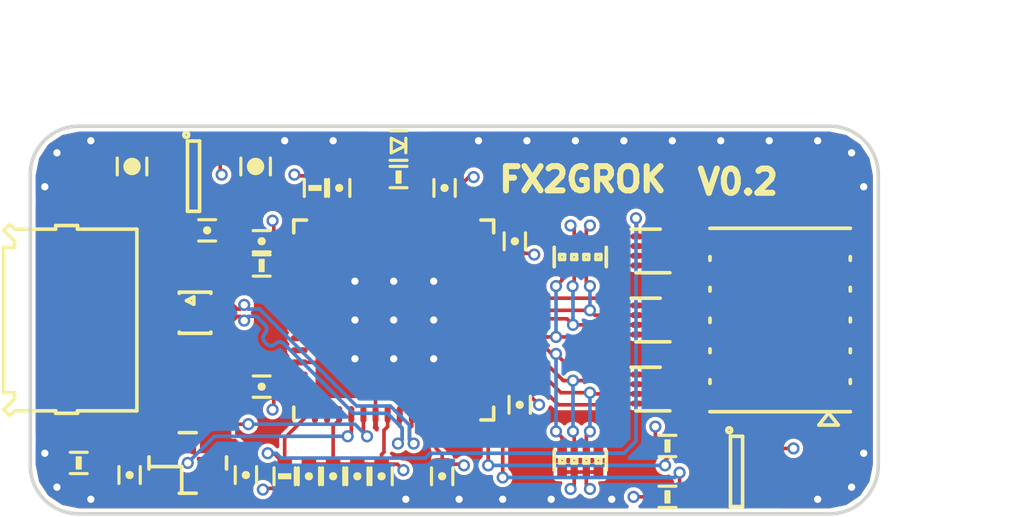
<source format=kicad_pcb>
(kicad_pcb (version 4) (host pcbnew 4.0.7-e2-6376~58~ubuntu16.04.1)
  (title_block (title "FX2Grok Flat") (rev V0.2) (company 1BitSquared) (comment 1 "CC-BY-SA V4.0") (comment 2 "(C) 2017 1BitSquared <info@1bitsquared.com>") (comment 3 "(C) 2017 Piotr Esden-Tempski <piotr@esden.net>"))
  (layers (0 F.Cu signal) (1 In1.Cu signal) (2 In2.Cu signal) (31 B.Cu signal) (34 B.Paste user) (35 F.Paste user) (36 B.SilkS user) (37 F.SilkS user) (38 B.Mask user) (39 F.Mask user) (44 Edge.Cuts user))
  (net 0 "")
  (net 1 +3V3)
  (net 2 GND)
  (net 3 +5V)
  (net 4 "Net-(C12-Pad1)")
  (net 5 /XTALOUT)
  (net 6 /XTALIN)
  (net 7 /SCL)
  (net 8 /SDA)
  (net 9 /PB0)
  (net 10 /PB1)
  (net 11 /PB2)
  (net 12 /PB5)
  (net 13 /PB6)
  (net 14 /PB7)
  (net 15 /~RESET)
  (net 16 /WAKEUP)
  (net 17 /PB3)
  (net 18 /PB4)
  (net 19 /xPB1)
  (net 20 /xPB0)
  (net 21 /xPB3)
  (net 22 /xPB2)
  (net 23 /xPB5)
  (net 24 /xPB4)
  (net 25 /xPB7)
  (net 26 /xPB6)
  (net 27 "Net-(D1-PadA)")
  (net 28 /shield)
  (net 29 /USBD_P)
  (net 30 /xUSBD_P)
  (net 31 /USBD_N)
  (net 32 /xUSBD_N)
  (net 33 /PA1)
  (net 34 /TRIG)
  (net 35 /CLK)
  (net 36 /xTRIG)
  (net 37 /xCLK)
  (module pkl_misc:via0305 (layer F.Cu) (at 32.5 22.6)
    (fp_text reference REF** hide)
    (fp_text value via0305 hide)
    (pad 1 thru_hole circle (at 0 0) (size 0.5 0.5) (drill 0.3) (layers *.Cu) (net 2 GND))
  )
  (module pkl_misc:via0305 (layer F.Cu) (at 30.5 22.6)
    (fp_text reference REF** hide)
    (fp_text value via0305 hide)
    (pad 1 thru_hole circle (at 0 0) (size 0.5 0.5) (drill 0.3) (layers *.Cu) (net 2 GND))
  )
  (module pkl_misc:via0305 (layer F.Cu) (at 38.5 22.6)
    (fp_text reference REF** hide)
    (fp_text value via0305 hide)
    (pad 1 thru_hole circle (at 0 0) (size 0.5 0.5) (drill 0.3) (layers *.Cu) (net 2 GND))
  )
  (module pkl_misc:via0305 (layer F.Cu) (at 40.5 22.6)
    (fp_text reference REF** hide)
    (fp_text value via0305 hide)
    (pad 1 thru_hole circle (at 0 0) (size 0.5 0.5) (drill 0.3) (layers *.Cu) (net 2 GND))
  )
  (module pkl_misc:via0305 (layer F.Cu) (at 42.5 22.6)
    (fp_text reference REF** hide)
    (fp_text value via0305 hide)
    (pad 1 thru_hole circle (at 0 0) (size 0.5 0.5) (drill 0.3) (layers *.Cu) (net 2 GND))
  )
  (module pkl_misc:via0305 (layer F.Cu) (at 44.5 22.6)
    (fp_text reference REF** hide)
    (fp_text value via0305 hide)
    (pad 1 thru_hole circle (at 0 0) (size 0.5 0.5) (drill 0.3) (layers *.Cu) (net 2 GND))
  )
  (module pkl_misc:via0305 (layer F.Cu) (at 46.5 22.6)
    (fp_text reference REF** hide)
    (fp_text value via0305 hide)
    (pad 1 thru_hole circle (at 0 0) (size 0.5 0.5) (drill 0.3) (layers *.Cu) (net 2 GND))
  )
  (module pkl_misc:via0305 (layer F.Cu) (at 48.5 22.6)
    (fp_text reference REF** hide)
    (fp_text value via0305 hide)
    (pad 1 thru_hole circle (at 0 0) (size 0.5 0.5) (drill 0.3) (layers *.Cu) (net 2 GND))
  )
  (module pkl_misc:via0305 (layer F.Cu) (at 50.5 22.6)
    (fp_text reference REF** hide)
    (fp_text value via0305 hide)
    (pad 1 thru_hole circle (at 0 0) (size 0.5 0.5) (drill 0.3) (layers *.Cu) (net 2 GND))
  )
  (module pkl_misc:via0305 (layer F.Cu) (at 52.5 22.6)
    (fp_text reference REF** hide)
    (fp_text value via0305 hide)
    (pad 1 thru_hole circle (at 0 0) (size 0.5 0.5) (drill 0.3) (layers *.Cu) (net 2 GND))
  )
  (module pkl_misc:via0305 (layer F.Cu) (at 53.9 23.1)
    (fp_text reference REF** hide)
    (fp_text value via0305 hide)
    (pad 1 thru_hole circle (at 0 0) (size 0.5 0.5) (drill 0.3) (layers *.Cu) (net 2 GND))
  )
  (module pkl_misc:via0305 (layer F.Cu) (at 54.4 24.5)
    (fp_text reference REF** hide)
    (fp_text value via0305 hide)
    (pad 1 thru_hole circle (at 0 0) (size 0.5 0.5) (drill 0.3) (layers *.Cu) (net 2 GND))
  )
  (module pkl_misc:via0305 (layer F.Cu) (at 53.9 36.9)
    (fp_text reference REF** hide)
    (fp_text value via0305 hide)
    (pad 1 thru_hole circle (at 0 0) (size 0.5 0.5) (drill 0.3) (layers *.Cu) (net 2 GND))
  )
  (module pkl_misc:via0305 (layer F.Cu) (at 22.5 22.6)
    (fp_text reference REF** hide)
    (fp_text value via0305 hide)
    (pad 1 thru_hole circle (at 0 0) (size 0.5 0.5) (drill 0.3) (layers *.Cu) (net 2 GND))
  )
  (module pkl_misc:via0305 (layer F.Cu) (at 21.1 23.1)
    (fp_text reference REF** hide)
    (fp_text value via0305 hide)
    (pad 1 thru_hole circle (at 0 0) (size 0.5 0.5) (drill 0.3) (layers *.Cu) (net 2 GND))
  )
  (module pkl_misc:via0305 (layer F.Cu) (at 20.6 24.5)
    (fp_text reference REF** hide)
    (fp_text value via0305 hide)
    (pad 1 thru_hole circle (at 0 0) (size 0.5 0.5) (drill 0.3) (layers *.Cu) (net 2 GND))
  )
  (module pkl_misc:via0305 (layer F.Cu) (at 20.6 35.5)
    (fp_text reference REF** hide)
    (fp_text value via0305 hide)
    (pad 1 thru_hole circle (at 0 0) (size 0.5 0.5) (drill 0.3) (layers *.Cu) (net 2 GND))
  )
  (module pkl_misc:via0305 (layer F.Cu) (at 21.1 36.9)
    (fp_text reference REF** hide)
    (fp_text value via0305 hide)
    (pad 1 thru_hole circle (at 0 0) (size 0.5 0.5) (drill 0.3) (layers *.Cu) (net 2 GND))
  )
  (module pkl_misc:via0305 (layer F.Cu) (at 22.5 37.4)
    (fp_text reference REF** hide)
    (fp_text value via0305 hide)
    (pad 1 thru_hole circle (at 0 0) (size 0.5 0.5) (drill 0.3) (layers *.Cu) (net 2 GND))
  )
  (module pkl_misc:via0305 (layer F.Cu) (at 35.5 37.4)
    (fp_text reference REF** hide)
    (fp_text value via0305 hide)
    (pad 1 thru_hole circle (at 0 0) (size 0.5 0.5) (drill 0.3) (layers *.Cu) (net 2 GND))
  )
  (module pkl_misc:via0305 (layer F.Cu) (at 37.7 37.4)
    (fp_text reference REF** hide)
    (fp_text value via0305 hide)
    (pad 1 thru_hole circle (at 0 0) (size 0.5 0.5) (drill 0.3) (layers *.Cu) (net 2 GND))
  )
  (module pkl_misc:via0305 (layer F.Cu) (at 39.5 37.4)
    (fp_text reference REF** hide)
    (fp_text value via0305 hide)
    (pad 1 thru_hole circle (at 0 0) (size 0.5 0.5) (drill 0.3) (layers *.Cu) (net 2 GND))
  )
  (module pkl_misc:via0305 (layer F.Cu) (at 41.5 37.4)
    (fp_text reference REF** hide)
    (fp_text value via0305 hide)
    (pad 1 thru_hole circle (at 0 0) (size 0.5 0.5) (drill 0.3) (layers *.Cu) (net 2 GND))
  )
  (module pkl_misc:via0305 (layer F.Cu) (at 44 37.4)
    (fp_text reference REF** hide)
    (fp_text value via0305 hide)
    (pad 1 thru_hole circle (at 0 0) (size 0.5 0.5) (drill 0.3) (layers *.Cu) (net 2 GND))
  )
  (module pkl_misc:via0305 (layer F.Cu) (at 52.5 37.4)
    (fp_text reference REF** hide)
    (fp_text value via0305 hide)
    (pad 1 thru_hole circle (at 0 0) (size 0.5 0.5) (drill 0.3) (layers *.Cu) (net 2 GND))
  )
  (module pkl_dipol:C_0402 (layer F.Cu) (at 37 36.45 270)
    (fp_text reference C1)
    (fp_text value 100n)
    (pad 1 smd rect (at -0.5 0 270) (size 0.5 0.6) (layers F.Cu F.Paste F.Mask) (net 1 +3V3))
    (pad 2 smd rect (at 0.5 0 270) (size 0.5 0.6) (layers F.Cu F.Paste F.Mask) (net 2 GND))
  )
  (module pkl_dipol:C_0402 (layer F.Cu) (at 40.2 33.5 270)
    (fp_text reference C2)
    (fp_text value 100n)
    (pad 1 smd rect (at -0.5 0 270) (size 0.5 0.6) (layers F.Cu F.Paste F.Mask) (net 1 +3V3))
    (pad 2 smd rect (at 0.5 0 270) (size 0.5 0.6) (layers F.Cu F.Paste F.Mask) (net 2 GND))
  )
  (module pkl_dipol:C_0402 (layer F.Cu) (at 40 26.75 90)
    (fp_text reference C3)
    (fp_text value 100n)
    (pad 1 smd rect (at -0.5 0 90) (size 0.5 0.6) (layers F.Cu F.Paste F.Mask) (net 1 +3V3))
    (pad 2 smd rect (at 0.5 0 90) (size 0.5 0.6) (layers F.Cu F.Paste F.Mask) (net 2 GND))
  )
  (module pkl_dipol:C_0402 (layer F.Cu) (at 37.1 24.55 90)
    (fp_text reference C4)
    (fp_text value 100n)
    (pad 1 smd rect (at -0.5 0 90) (size 0.5 0.6) (layers F.Cu F.Paste F.Mask) (net 1 +3V3))
    (pad 2 smd rect (at 0.5 0 90) (size 0.5 0.6) (layers F.Cu F.Paste F.Mask) (net 2 GND))
  )
  (module pkl_dipol:C_0402 (layer F.Cu) (at 29.55 26.75 180)
    (fp_text reference C5)
    (fp_text value 100n)
    (pad 1 smd rect (at -0.5 0 180) (size 0.5 0.6) (layers F.Cu F.Paste F.Mask) (net 1 +3V3))
    (pad 2 smd rect (at 0.5 0 180) (size 0.5 0.6) (layers F.Cu F.Paste F.Mask) (net 2 GND))
  )
  (module pkl_dipol:C_0402 (layer F.Cu) (at 29.55 32.75 180)
    (fp_text reference C6)
    (fp_text value 100n)
    (pad 1 smd rect (at -0.5 0 180) (size 0.5 0.6) (layers F.Cu F.Paste F.Mask) (net 1 +3V3))
    (pad 2 smd rect (at 0.5 0 180) (size 0.5 0.6) (layers F.Cu F.Paste F.Mask) (net 2 GND))
  )
  (module pkl_dipol:C_0402 (layer F.Cu) (at 31.500001 36.45 270)
    (fp_text reference C7)
    (fp_text value 2u2)
    (pad 1 smd rect (at -0.5 0 270) (size 0.5 0.6) (layers F.Cu F.Paste F.Mask) (net 1 +3V3))
    (pad 2 smd rect (at 0.5 0 270) (size 0.5 0.6) (layers F.Cu F.Paste F.Mask) (net 2 GND))
  )
  (module pkl_dipol:C_0402 (layer F.Cu) (at 34.5 36.45 270)
    (fp_text reference C8)
    (fp_text value 2u2)
    (pad 1 smd rect (at -0.5 0 270) (size 0.5 0.6) (layers F.Cu F.Paste F.Mask) (net 1 +3V3))
    (pad 2 smd rect (at 0.5 0 270) (size 0.5 0.6) (layers F.Cu F.Paste F.Mask) (net 2 GND))
  )
  (module pkl_dipol:C_0402 (layer F.Cu) (at 32.499999 36.45 270)
    (fp_text reference C9)
    (fp_text value 100n)
    (pad 1 smd rect (at -0.5 0 270) (size 0.5 0.6) (layers F.Cu F.Paste F.Mask) (net 1 +3V3))
    (pad 2 smd rect (at 0.5 0 270) (size 0.5 0.6) (layers F.Cu F.Paste F.Mask) (net 2 GND))
  )
  (module pkl_dipol:C_0402 (layer F.Cu) (at 33.5 36.45 270)
    (fp_text reference C10)
    (fp_text value 100n)
    (pad 1 smd rect (at -0.5 0 270) (size 0.5 0.6) (layers F.Cu F.Paste F.Mask) (net 1 +3V3))
    (pad 2 smd rect (at 0.5 0 270) (size 0.5 0.6) (layers F.Cu F.Paste F.Mask) (net 2 GND))
  )
  (module pkl_dipol:C_0603 (layer F.Cu) (at 24.2 23.663544 270)
    (fp_text reference C11)
    (fp_text value 4u7)
    (pad 1 smd rect (at -0.75 0 270) (size 0.6 0.9) (layers F.Cu F.Paste F.Mask) (net 3 +5V))
    (pad 2 smd rect (at 0.75 0 270) (size 0.6 0.9) (layers F.Cu F.Paste F.Mask) (net 2 GND))
  )
  (module pkl_dipol:C_0402 (layer F.Cu) (at 27.3 26.3 180)
    (fp_text reference C12)
    (fp_text value 10n)
    (pad 1 smd rect (at -0.5 0 180) (size 0.5 0.6) (layers F.Cu F.Paste F.Mask) (net 4 "Net-(C12-Pad1)"))
    (pad 2 smd rect (at 0.5 0 180) (size 0.5 0.6) (layers F.Cu F.Paste F.Mask) (net 2 GND))
  )
  (module pkl_dipol:C_0603 (layer F.Cu) (at 29.3 23.663544 270)
    (fp_text reference C13)
    (fp_text value 4u7)
    (pad 1 smd rect (at -0.75 0 270) (size 0.6 0.9) (layers F.Cu F.Paste F.Mask) (net 1 +3V3))
    (pad 2 smd rect (at 0.75 0 270) (size 0.6 0.9) (layers F.Cu F.Paste F.Mask) (net 2 GND))
  )
  (module pkl_dipol:C_0402 (layer F.Cu) (at 32.75 24.55 270)
    (fp_text reference C14)
    (fp_text value 1u)
    (pad 1 smd rect (at -0.5 0 270) (size 0.5 0.6) (layers F.Cu F.Paste F.Mask) (net 1 +3V3))
    (pad 2 smd rect (at 0.5 0 270) (size 0.5 0.6) (layers F.Cu F.Paste F.Mask) (net 2 GND))
  )
  (module pkl_dipol:C_0402 (layer F.Cu) (at 24.099999 36.4 90)
    (fp_text reference C15)
    (fp_text value 12p)
    (pad 1 smd rect (at -0.5 0 90) (size 0.5 0.6) (layers F.Cu F.Paste F.Mask) (net 5 /XTALOUT))
    (pad 2 smd rect (at 0.5 0 90) (size 0.5 0.6) (layers F.Cu F.Paste F.Mask) (net 2 GND))
  )
  (module pkl_dipol:C_0402 (layer F.Cu) (at 28.9 36.399999 270)
    (fp_text reference C16)
    (fp_text value 12p)
    (pad 1 smd rect (at -0.5 0 270) (size 0.5 0.6) (layers F.Cu F.Paste F.Mask) (net 6 /XTALIN))
    (pad 2 smd rect (at 0.5 0 270) (size 0.5 0.6) (layers F.Cu F.Paste F.Mask) (net 2 GND))
  )
  (module pkl_dipol:D_0603 (layer F.Cu) (at 35.2 22.8 180)
    (fp_text reference D1)
    (fp_text value pkl_LED)
    (pad A smd rect (at 0.75 0) (size 0.6 0.9) (layers F.Cu F.Paste F.Mask) (net 27 "Net-(D1-PadA)"))
    (pad C smd rect (at -0.75 0) (size 0.6 0.9) (layers F.Cu F.Paste F.Mask) (net 2 GND))
  )
  (module pkl_connectors:Connector_USB_Micro_B_SMD (layer F.Cu) (at 21.5 30 180)
    (fp_text reference P1)
    (fp_text value pkl_USB_OTG)
    (pad GND smd rect (at 0 1.2 270) (size 1.9 1.9) (layers F.Cu F.Paste F.Mask) (net 28 /shield))
    (pad GND smd rect (at 0 -1.2 270) (size 1.9 1.9) (layers F.Cu F.Paste F.Mask) (net 28 /shield))
    (pad GND smd rect (at 0 -3.8 270) (size 1.8 1.9) (layers F.Cu F.Paste F.Mask) (net 28 /shield))
    (pad GND smd rect (at 0 3.8 270) (size 1.8 1.9) (layers F.Cu F.Paste F.Mask) (net 28 /shield))
    (pad GND smd rect (at -2.55 -3.1 270) (size 2.1 1.6) (layers F.Cu F.Paste F.Mask) (net 28 /shield))
    (pad GND smd rect (at -2.55 3.1 270) (size 2.1 1.6) (layers F.Cu F.Paste F.Mask) (net 28 /shield))
    (pad 1 smd rect (at -2.675 1.3 270) (size 0.4 1.35) (layers F.Cu F.Paste F.Mask) (net 3 +5V))
    (pad 2 smd rect (at -2.675 0.65 270) (size 0.4 1.35) (layers F.Cu F.Paste F.Mask) (net 32 /xUSBD_N))
    (pad 3 smd rect (at -2.675 0 270) (size 0.4 1.35) (layers F.Cu F.Paste F.Mask) (net 30 /xUSBD_P))
    (pad 4 smd rect (at -2.675 -0.65 270) (size 0.4 1.35) (layers F.Cu F.Paste F.Mask))
    (pad 5 smd rect (at -2.675 -1.3 270) (size 0.4 1.35) (layers F.Cu F.Paste F.Mask) (net 2 GND))
  )
  (module pkl_dipol:R_0402 (layer F.Cu) (at 35.2 24.1)
    (fp_text reference R1)
    (fp_text value 2k7)
    (pad 1 smd rect (at -0.5 0) (size 0.5 0.6) (layers F.Cu F.Paste F.Mask) (net 27 "Net-(D1-PadA)"))
    (pad 2 smd rect (at 0.5 0) (size 0.5 0.6) (layers F.Cu F.Paste F.Mask) (net 33 /PA1))
  )
  (module pkl_dipol:R_0402 (layer F.Cu) (at 46.3 35.2 180)
    (fp_text reference R2)
    (fp_text value 2k7)
    (pad 1 smd rect (at -0.5 0 180) (size 0.5 0.6) (layers F.Cu F.Paste F.Mask) (net 7 /SCL))
    (pad 2 smd rect (at 0.5 0 180) (size 0.5 0.6) (layers F.Cu F.Paste F.Mask) (net 1 +3V3))
  )
  (module pkl_dipol:R_0402 (layer F.Cu) (at 46.3 37.3 180)
    (fp_text reference R3)
    (fp_text value 2k7)
    (pad 1 smd rect (at -0.5 0 180) (size 0.5 0.6) (layers F.Cu F.Paste F.Mask) (net 8 /SDA))
    (pad 2 smd rect (at 0.5 0 180) (size 0.5 0.6) (layers F.Cu F.Paste F.Mask) (net 1 +3V3))
  )
  (module pkl_dipol:R_0402 (layer F.Cu) (at 31.75 24.55 90)
    (fp_text reference R4)
    (fp_text value 2k7)
    (pad 1 smd rect (at -0.5 0 90) (size 0.5 0.6) (layers F.Cu F.Paste F.Mask) (net 15 /~RESET))
    (pad 2 smd rect (at 0.5 0 90) (size 0.5 0.6) (layers F.Cu F.Paste F.Mask) (net 1 +3V3))
  )
  (module pkl_dipol:R_0402 (layer F.Cu) (at 29.55 27.75 180)
    (fp_text reference R5)
    (fp_text value 100k)
    (pad 1 smd rect (at -0.5 0 180) (size 0.5 0.6) (layers F.Cu F.Paste F.Mask) (net 16 /WAKEUP))
    (pad 2 smd rect (at 0.5 0 180) (size 0.5 0.6) (layers F.Cu F.Paste F.Mask) (net 1 +3V3))
  )
  (module pkl_dipol:R_Array_Convex_4x0402 (layer F.Cu) (at 42.7 35.8 180)
    (fp_text reference R8)
    (fp_text value 100k)
    (pad 3 smd rect (at -0.25 0.475 180) (size 0.3 0.45) (layers F.Cu F.Paste F.Mask) (net 10 /PB1))
    (pad 5 smd rect (at 0.25 0.475 180) (size 0.3 0.45) (layers F.Cu F.Paste F.Mask) (net 11 /PB2))
    (pad 1 smd rect (at -0.75 0.475 180) (size 0.4 0.45) (layers F.Cu F.Paste F.Mask) (net 9 /PB0))
    (pad 7 smd rect (at 0.75 0.475 180) (size 0.4 0.45) (layers F.Cu F.Paste F.Mask) (net 17 /PB3))
    (pad 2 smd rect (at -0.75 -0.475 180) (size 0.4 0.45) (layers F.Cu F.Paste F.Mask) (net 1 +3V3))
    (pad 4 smd rect (at -0.25 -0.475 180) (size 0.3 0.45) (layers F.Cu F.Paste F.Mask) (net 1 +3V3))
    (pad 6 smd rect (at 0.25 -0.475 180) (size 0.3 0.45) (layers F.Cu F.Paste F.Mask) (net 1 +3V3))
    (pad 8 smd rect (at 0.75 -0.475 180) (size 0.4 0.45) (layers F.Cu F.Paste F.Mask) (net 1 +3V3))
  )
  (module pkl_dipol:R_Array_Convex_4x0402 (layer F.Cu) (at 42.7 27.4)
    (fp_text reference R9)
    (fp_text value 100k)
    (pad 3 smd rect (at -0.25 0.475) (size 0.3 0.45) (layers F.Cu F.Paste F.Mask) (net 12 /PB5))
    (pad 5 smd rect (at 0.25 0.475) (size 0.3 0.45) (layers F.Cu F.Paste F.Mask) (net 13 /PB6))
    (pad 1 smd rect (at -0.75 0.475) (size 0.4 0.45) (layers F.Cu F.Paste F.Mask) (net 18 /PB4))
    (pad 7 smd rect (at 0.75 0.475) (size 0.4 0.45) (layers F.Cu F.Paste F.Mask) (net 14 /PB7))
    (pad 2 smd rect (at -0.75 -0.475) (size 0.4 0.45) (layers F.Cu F.Paste F.Mask) (net 1 +3V3))
    (pad 4 smd rect (at -0.25 -0.475) (size 0.3 0.45) (layers F.Cu F.Paste F.Mask) (net 1 +3V3))
    (pad 6 smd rect (at 0.25 -0.475) (size 0.3 0.45) (layers F.Cu F.Paste F.Mask) (net 1 +3V3))
    (pad 8 smd rect (at 0.75 -0.475) (size 0.4 0.45) (layers F.Cu F.Paste F.Mask) (net 1 +3V3))
  )
  (module pkl_housings_sot:SOT-23-5 (layer F.Cu) (at 26.73804 24.063544 180)
    (fp_text reference U1)
    (fp_text value 3.3V)
    (pad 1 smd rect (at 1.1 0.95) (size 1.06 0.65) (layers F.Cu F.Paste F.Mask) (net 3 +5V))
    (pad 2 smd rect (at 1.1 0) (size 1.06 0.65) (layers F.Cu F.Paste F.Mask) (net 2 GND))
    (pad 3 smd rect (at 1.1 -0.95) (size 1.06 0.65) (layers F.Cu F.Paste F.Mask) (net 3 +5V))
    (pad 4 smd rect (at -1.1 -0.95) (size 1.06 0.65) (layers F.Cu F.Paste F.Mask) (net 4 "Net-(C12-Pad1)"))
    (pad 5 smd rect (at -1.1 0.95) (size 1.06 0.65) (layers F.Cu F.Paste F.Mask) (net 1 +3V3))
  )
  (module pkl_housings_sot:SOT-666 (layer F.Cu) (at 26.8 29.7 180)
    (fp_text reference U2)
    (fp_text value USBLC6-2)
    (pad 1 smd oval (at 0.85 0.5 270) (size 0.375 0.7) (layers F.Cu F.Paste F.Mask) (net 32 /xUSBD_N))
    (pad 2 smd oval (at 0.85 0 270) (size 0.3 0.7) (layers F.Cu F.Paste F.Mask) (net 2 GND))
    (pad 3 smd oval (at 0.85 -0.5 270) (size 0.375 0.7) (layers F.Cu F.Paste F.Mask) (net 30 /xUSBD_P))
    (pad 4 smd oval (at -0.85 -0.5 270) (size 0.375 0.7) (layers F.Cu F.Paste F.Mask) (net 29 /USBD_P))
    (pad 5 smd oval (at -0.85 0 270) (size 0.3 0.7) (layers F.Cu F.Paste F.Mask) (net 3 +5V))
    (pad 6 smd oval (at -0.85 0.5 270) (size 0.35 0.7) (layers F.Cu F.Paste F.Mask) (net 31 /USBD_N))
  )
  (module pkl_housings_sot:SOT-23-5 (layer F.Cu) (at 49.15 36.25 180)
    (fp_text reference U5)
    (fp_text value pkl_24LC00)
    (pad 1 smd rect (at 1.1 0.95) (size 1.06 0.65) (layers F.Cu F.Paste F.Mask) (net 7 /SCL))
    (pad 2 smd rect (at 1.1 0) (size 1.06 0.65) (layers F.Cu F.Paste F.Mask) (net 2 GND))
    (pad 3 smd rect (at 1.1 -0.95) (size 1.06 0.65) (layers F.Cu F.Paste F.Mask) (net 8 /SDA))
    (pad 4 smd rect (at -1.1 -0.95) (size 1.06 0.65) (layers F.Cu F.Paste F.Mask))
    (pad 5 smd rect (at -1.1 0.95) (size 1.06 0.65) (layers F.Cu F.Paste F.Mask) (net 1 +3V3))
  )
  (module pkl_misc:ABM8 (layer F.Cu) (at 26.5 35.9)
    (fp_text reference X1)
    (fp_text value 24MHz)
    (pad 1 smd rect (at -1.15 0.925) (size 1.3 1.05) (layers F.Cu F.Paste F.Mask) (net 5 /XTALOUT))
    (pad 2 smd rect (at 1.15 -0.925) (size 1.3 1.05) (layers F.Cu F.Paste F.Mask) (net 6 /XTALIN))
    (pad GND smd rect (at -1.15 -0.925) (size 1.3 1.05) (layers F.Cu F.Paste F.Mask) (net 2 GND))
    (pad GND smd rect (at 1.15 0.925) (size 1.3 1.05) (layers F.Cu F.Paste F.Mask) (net 2 GND))
  )
  (module pkl_misc:via0305 (layer F.Cu) (at 54.4 35.5)
    (fp_text reference REF** hide)
    (fp_text value via0305 hide)
    (pad 1 thru_hole circle (at 0 0) (size 0.5 0.5) (drill 0.3) (layers *.Cu) (net 2 GND))
  )
  (module pkl_misc:via0305 (layer F.Cu) (at 51.5 35.3)
    (fp_text reference REF** hide)
    (fp_text value via0305 hide)
    (pad 1 thru_hole circle (at 0 0) (size 0.5 0.5) (drill 0.3) (layers *.Cu) (net 1 +3V3))
  )
  (module pkl_dipol:R_0402 (layer F.Cu) (at 22 35.9)
    (fp_text reference R10)
    (fp_text value 2k7)
    (pad 1 smd rect (at -0.5 0) (size 0.5 0.6) (layers F.Cu F.Paste F.Mask) (net 28 /shield))
    (pad 2 smd rect (at 0.5 0) (size 0.5 0.6) (layers F.Cu F.Paste F.Mask) (net 2 GND))
  )
  (module pkl_samtec:TFC-106-02-X-D (layer F.Cu) (at 50.95 30 270)
    (fp_text reference J1)
    (fp_text value Conn_02x05_Odd_Even)
    (pad 1 smd rect (at 3.175 -2 90) (size 0.74 2.8) (layers F.Cu F.Paste F.Mask) (net 20 /xPB0))
    (pad 2 smd rect (at 3.175 2 90) (size 0.74 2.8) (layers F.Cu F.Paste F.Mask) (net 19 /xPB1))
    (pad 3 smd rect (at 1.905 -2 90) (size 0.74 2.8) (layers F.Cu F.Paste F.Mask) (net 22 /xPB2))
    (pad 4 smd rect (at 1.905 2 90) (size 0.74 2.8) (layers F.Cu F.Paste F.Mask) (net 21 /xPB3))
    (pad 5 smd rect (at 0.635 -2 90) (size 0.74 2.8) (layers F.Cu F.Paste F.Mask) (net 24 /xPB4))
    (pad 6 smd rect (at 0.635 2 90) (size 0.74 2.8) (layers F.Cu F.Paste F.Mask) (net 23 /xPB5))
    (pad 7 smd rect (at -0.635 -2 90) (size 0.74 2.8) (layers F.Cu F.Paste F.Mask) (net 26 /xPB6))
    (pad 8 smd rect (at -0.635 2 90) (size 0.74 2.8) (layers F.Cu F.Paste F.Mask) (net 25 /xPB7))
    (pad 9 smd rect (at -1.905 -2 90) (size 0.74 2.8) (layers F.Cu F.Paste F.Mask) (net 36 /xTRIG))
    (pad 10 smd rect (at -1.905 2 90) (size 0.74 2.8) (layers F.Cu F.Paste F.Mask) (net 37 /xCLK))
    (pad 11 smd rect (at -3.175 -2 90) (size 0.74 2.8) (layers F.Cu F.Paste F.Mask) (net 2 GND))
    (pad 12 smd rect (at -3.175 2 90) (size 0.74 2.8) (layers F.Cu F.Paste F.Mask) (net 2 GND))
  )
  (module pkl_dipol:R_0402 (layer F.Cu) (at 30.5 36.45 90)
    (fp_text reference R6)
    (fp_text value 100k)
    (pad 1 smd rect (at -0.5 0 90) (size 0.5 0.6) (layers F.Cu F.Paste F.Mask) (net 1 +3V3))
    (pad 2 smd rect (at 0.5 0 90) (size 0.5 0.6) (layers F.Cu F.Paste F.Mask) (net 34 /TRIG))
  )
  (module pkl_housings_dfn_qfn:QFN-56-1EP_8x8mm_Pitch0.5mm (layer F.Cu) (at 35 30 90)
    (fp_text reference IC1)
    (fp_text value CY7C68013A-56)
    (pad 1 smd oval (at -3.9 -3.25 90) (size 0.7 0.25) (layers F.Cu F.Paste F.Mask) (net 34 /TRIG))
    (pad 2 smd oval (at -3.9 -2.75 90) (size 0.7 0.25) (layers F.Cu F.Paste F.Mask))
    (pad 3 smd oval (at -3.9 -2.25 90) (size 0.7 0.25) (layers F.Cu F.Paste F.Mask) (net 1 +3V3))
    (pad 4 smd oval (at -3.9 -1.75 90) (size 0.7 0.25) (layers F.Cu F.Paste F.Mask) (net 5 /XTALOUT))
    (pad 5 smd oval (at -3.9 -1.25 90) (size 0.7 0.25) (layers F.Cu F.Paste F.Mask) (net 6 /XTALIN))
    (pad 6 smd oval (at -3.9 -0.75 90) (size 0.7 0.25) (layers F.Cu F.Paste F.Mask) (net 2 GND))
    (pad 7 smd oval (at -3.9 -0.25 90) (size 0.7 0.25) (layers F.Cu F.Paste F.Mask) (net 1 +3V3))
    (pad 8 smd oval (at -3.9 0.25 90) (size 0.7 0.25) (layers F.Cu F.Paste F.Mask) (net 29 /USBD_P))
    (pad 9 smd oval (at -3.9 0.75 90) (size 0.7 0.25) (layers F.Cu F.Paste F.Mask) (net 31 /USBD_N))
    (pad 10 smd oval (at -3.9 1.25 90) (size 0.7 0.25) (layers F.Cu F.Paste F.Mask) (net 2 GND))
    (pad 11 smd oval (at -3.9 1.75 90) (size 0.7 0.25) (layers F.Cu F.Paste F.Mask) (net 1 +3V3))
    (pad 12 smd oval (at -3.9 2.25 90) (size 0.7 0.25) (layers F.Cu F.Paste F.Mask) (net 2 GND))
    (pad 13 smd oval (at -3.9 2.75 90) (size 0.7 0.25) (layers F.Cu F.Paste F.Mask))
    (pad 14 smd oval (at -3.9 3.25 90) (size 0.7 0.25) (layers F.Cu F.Paste F.Mask) (net 2 GND))
    (pad 15 smd oval (at -3.25 3.9 180) (size 0.7 0.25) (layers F.Cu F.Paste F.Mask) (net 7 /SCL))
    (pad 16 smd oval (at -2.75 3.9 180) (size 0.7 0.25) (layers F.Cu F.Paste F.Mask) (net 8 /SDA))
    (pad 17 smd oval (at -2.25 3.9 180) (size 0.7 0.25) (layers F.Cu F.Paste F.Mask) (net 1 +3V3))
    (pad 18 smd oval (at -1.75 3.9 180) (size 0.7 0.25) (layers F.Cu F.Paste F.Mask) (net 9 /PB0))
    (pad 19 smd oval (at -1.25 3.9 180) (size 0.7 0.25) (layers F.Cu F.Paste F.Mask) (net 10 /PB1))
    (pad 20 smd oval (at -0.75 3.9 180) (size 0.7 0.25) (layers F.Cu F.Paste F.Mask) (net 11 /PB2))
    (pad 23 smd oval (at 0.75 3.9 180) (size 0.7 0.25) (layers F.Cu F.Paste F.Mask) (net 12 /PB5))
    (pad 24 smd oval (at 1.25 3.9 180) (size 0.7 0.25) (layers F.Cu F.Paste F.Mask) (net 13 /PB6))
    (pad 25 smd oval (at 1.75 3.9 180) (size 0.7 0.25) (layers F.Cu F.Paste F.Mask) (net 14 /PB7))
    (pad 26 smd oval (at 2.25 3.9 180) (size 0.7 0.25) (layers F.Cu F.Paste F.Mask) (net 2 GND))
    (pad 27 smd oval (at 2.75 3.9 180) (size 0.7 0.25) (layers F.Cu F.Paste F.Mask) (net 1 +3V3))
    (pad 28 smd oval (at 3.25 3.9 180) (size 0.7 0.25) (layers F.Cu F.Paste F.Mask) (net 2 GND))
    (pad 29 smd oval (at 3.9 3.25 90) (size 0.7 0.25) (layers F.Cu F.Paste F.Mask))
    (pad 30 smd oval (at 3.9 2.75 90) (size 0.7 0.25) (layers F.Cu F.Paste F.Mask) (net 35 /CLK))
    (pad 31 smd oval (at 3.9 2.25 90) (size 0.7 0.25) (layers F.Cu F.Paste F.Mask))
    (pad 32 smd oval (at 3.9 1.75 90) (size 0.7 0.25) (layers F.Cu F.Paste F.Mask) (net 1 +3V3))
    (pad 33 smd oval (at 3.9 1.25 90) (size 0.7 0.25) (layers F.Cu F.Paste F.Mask))
    (pad 34 smd oval (at 3.9 0.75 90) (size 0.7 0.25) (layers F.Cu F.Paste F.Mask) (net 33 /PA1))
    (pad 35 smd oval (at 3.9 0.25 90) (size 0.7 0.25) (layers F.Cu F.Paste F.Mask))
    (pad 36 smd oval (at 3.9 -0.25 90) (size 0.7 0.25) (layers F.Cu F.Paste F.Mask))
    (pad 37 smd oval (at 3.9 -0.75 90) (size 0.7 0.25) (layers F.Cu F.Paste F.Mask))
    (pad 38 smd oval (at 3.9 -1.25 90) (size 0.7 0.25) (layers F.Cu F.Paste F.Mask))
    (pad 39 smd oval (at 3.9 -1.75 90) (size 0.7 0.25) (layers F.Cu F.Paste F.Mask))
    (pad 40 smd oval (at 3.9 -2.25 90) (size 0.7 0.25) (layers F.Cu F.Paste F.Mask))
    (pad 41 smd oval (at 3.9 -2.75 90) (size 0.7 0.25) (layers F.Cu F.Paste F.Mask) (net 2 GND))
    (pad 42 smd oval (at 3.9 -3.25 90) (size 0.7 0.25) (layers F.Cu F.Paste F.Mask) (net 15 /~RESET))
    (pad 43 smd oval (at 3.25 -3.9 180) (size 0.7 0.25) (layers F.Cu F.Paste F.Mask) (net 1 +3V3))
    (pad 44 smd oval (at 2.75 -3.9 180) (size 0.7 0.25) (layers F.Cu F.Paste F.Mask) (net 16 /WAKEUP))
    (pad 45 smd oval (at 2.25 -3.9 180) (size 0.7 0.25) (layers F.Cu F.Paste F.Mask))
    (pad 46 smd oval (at 1.75 -3.9 180) (size 0.7 0.25) (layers F.Cu F.Paste F.Mask))
    (pad 47 smd oval (at 1.25 -3.9 180) (size 0.7 0.25) (layers F.Cu F.Paste F.Mask))
    (pad 48 smd oval (at 0.75 -3.9 180) (size 0.7 0.25) (layers F.Cu F.Paste F.Mask))
    (pad 51 smd oval (at -0.75 -3.9 180) (size 0.7 0.25) (layers F.Cu F.Paste F.Mask))
    (pad 52 smd oval (at -1.25 -3.9 180) (size 0.7 0.25) (layers F.Cu F.Paste F.Mask))
    (pad 53 smd oval (at -1.75 -3.9 180) (size 0.7 0.25) (layers F.Cu F.Paste F.Mask) (net 2 GND))
    (pad 54 smd oval (at -2.25 -3.9 180) (size 0.7 0.25) (layers F.Cu F.Paste F.Mask))
    (pad 55 smd oval (at -2.75 -3.9 180) (size 0.7 0.25) (layers F.Cu F.Paste F.Mask) (net 1 +3V3))
    (pad 56 smd oval (at -3.25 -3.9 180) (size 0.7 0.25) (layers F.Cu F.Paste F.Mask) (net 2 GND))
    (pad 57 smd rect (at 2.41875 2.41875 90) (size 1.6125 1.6125) (layers F.Cu F.Paste F.Mask) (net 2 GND))
    (pad 57 smd rect (at 2.41875 0.80625 90) (size 1.6125 1.6125) (layers F.Cu F.Paste F.Mask) (net 2 GND))
    (pad 57 smd rect (at 2.41875 -0.80625 90) (size 1.6125 1.6125) (layers F.Cu F.Paste F.Mask) (net 2 GND))
    (pad 57 smd rect (at 2.41875 -2.41875 90) (size 1.6125 1.6125) (layers F.Cu F.Paste F.Mask) (net 2 GND))
    (pad 57 smd rect (at 0.80625 2.41875 90) (size 1.6125 1.6125) (layers F.Cu F.Paste F.Mask) (net 2 GND))
    (pad 57 smd rect (at 0.80625 0.80625 90) (size 1.6125 1.6125) (layers F.Cu F.Paste F.Mask) (net 2 GND))
    (pad 57 smd rect (at 0.80625 -0.80625 90) (size 1.6125 1.6125) (layers F.Cu F.Paste F.Mask) (net 2 GND))
    (pad 57 smd rect (at 0.80625 -2.41875 90) (size 1.6125 1.6125) (layers F.Cu F.Paste F.Mask) (net 2 GND))
    (pad 57 smd rect (at -0.80625 2.41875 90) (size 1.6125 1.6125) (layers F.Cu F.Paste F.Mask) (net 2 GND))
    (pad 57 smd rect (at -0.80625 0.80625 90) (size 1.6125 1.6125) (layers F.Cu F.Paste F.Mask) (net 2 GND))
    (pad 57 smd rect (at -0.80625 -0.80625 90) (size 1.6125 1.6125) (layers F.Cu F.Paste F.Mask) (net 2 GND))
    (pad 57 smd rect (at -0.80625 -2.41875 90) (size 1.6125 1.6125) (layers F.Cu F.Paste F.Mask) (net 2 GND))
    (pad 57 smd rect (at -2.41875 2.41875 90) (size 1.6125 1.6125) (layers F.Cu F.Paste F.Mask) (net 2 GND))
    (pad 57 smd rect (at -2.41875 0.80625 90) (size 1.6125 1.6125) (layers F.Cu F.Paste F.Mask) (net 2 GND))
    (pad 57 smd rect (at -2.41875 -0.80625 90) (size 1.6125 1.6125) (layers F.Cu F.Paste F.Mask) (net 2 GND))
    (pad 57 smd rect (at -2.41875 -2.41875 90) (size 1.6125 1.6125) (layers F.Cu F.Paste F.Mask) (net 2 GND))
    (pad 49 smd oval (at 0.25 -3.9 180) (size 0.7 0.25) (layers F.Cu F.Paste F.Mask))
    (pad 50 smd oval (at -0.3 -3.9 180) (size 0.7 0.25) (layers F.Cu F.Paste F.Mask))
    (pad 21 smd oval (at -0.25 3.9 180) (size 0.7 0.25) (layers F.Cu F.Paste F.Mask) (net 17 /PB3))
    (pad 22 smd oval (at 0.25 3.9 180) (size 0.7 0.25) (layers F.Cu F.Paste F.Mask) (net 18 /PB4))
    (pad 57 thru_hole circle (at 1.6 -1.6 90) (size 0.5 0.5) (drill 0.3) (layers *.Cu F.Mask) (net 2 GND))
    (pad 57 thru_hole circle (at 1.6 0 90) (size 0.5 0.5) (drill 0.3) (layers *.Cu F.Mask) (net 2 GND))
    (pad 57 thru_hole circle (at 1.6 1.65 90) (size 0.5 0.5) (drill 0.3) (layers *.Cu F.Mask) (net 2 GND))
    (pad 57 thru_hole circle (at 0 1.65 90) (size 0.5 0.5) (drill 0.3) (layers *.Cu F.Mask) (net 2 GND))
    (pad 57 thru_hole circle (at 0 0 90) (size 0.5 0.5) (drill 0.3) (layers *.Cu F.Mask) (net 2 GND))
    (pad 57 thru_hole circle (at 0 -1.6 90) (size 0.5 0.5) (drill 0.3) (layers *.Cu F.Mask) (net 2 GND))
    (pad 57 thru_hole circle (at -1.6 -1.6 90) (size 0.5 0.5) (drill 0.3) (layers *.Cu F.Mask) (net 2 GND))
    (pad 57 thru_hole circle (at -1.6 0 90) (size 0.5 0.5) (drill 0.3) (layers *.Cu F.Mask) (net 2 GND))
    (pad 57 thru_hole circle (at -1.6 1.65 90) (size 0.5 0.5) (drill 0.3) (layers *.Cu F.Mask) (net 2 GND))
  )
  (module pkl_housings_dfn_qfn:DFN-8-1EP_1.35x1.7mm_Pitch0.4mm (layer F.Cu) (at 45.7 27.15)
    (fp_text reference U6)
    (fp_text value IP425x-4-TTL)
    (pad 1 smd oval (at -0.675 -0.6) (size 0.5 0.25) (layers F.Cu F.Paste F.Mask) (net 34 /TRIG))
    (pad 2 smd oval (at -0.675 -0.2) (size 0.5 0.25) (layers F.Cu F.Paste F.Mask))
    (pad 3 smd oval (at -0.675 0.2) (size 0.5 0.25) (layers F.Cu F.Paste F.Mask) (net 35 /CLK))
    (pad 4 smd oval (at -0.675 0.6) (size 0.5 0.25) (layers F.Cu F.Paste F.Mask))
    (pad 5 smd oval (at 0.675 0.6) (size 0.5 0.25) (layers F.Cu F.Paste F.Mask))
    (pad 6 smd oval (at 0.675 0.2) (size 0.5 0.25) (layers F.Cu F.Paste F.Mask) (net 37 /xCLK))
    (pad 7 smd oval (at 0.675 -0.2) (size 0.5 0.25) (layers F.Cu F.Paste F.Mask))
    (pad 8 smd oval (at 0.675 -0.6) (size 0.5 0.25) (layers F.Cu F.Paste F.Mask) (net 36 /xTRIG))
    (pad 9 smd rect (at 0 0.3) (size 0.5 0.6) (layers F.Cu F.Paste F.Mask) (net 2 GND))
    (pad 9 smd rect (at 0 -0.3) (size 0.5 0.6) (layers F.Cu F.Paste F.Mask) (net 2 GND))
  )
  (module pkl_housings_dfn_qfn:DFN-8-1EP_1.35x1.7mm_Pitch0.4mm (layer F.Cu) (at 45.7 30)
    (fp_text reference U4)
    (fp_text value IP425x-4-TTL)
    (pad 1 smd oval (at -0.675 -0.6) (size 0.5 0.25) (layers F.Cu F.Paste F.Mask) (net 14 /PB7))
    (pad 2 smd oval (at -0.675 -0.2) (size 0.5 0.25) (layers F.Cu F.Paste F.Mask) (net 13 /PB6))
    (pad 3 smd oval (at -0.675 0.2) (size 0.5 0.25) (layers F.Cu F.Paste F.Mask) (net 12 /PB5))
    (pad 4 smd oval (at -0.675 0.6) (size 0.5 0.25) (layers F.Cu F.Paste F.Mask) (net 18 /PB4))
    (pad 5 smd oval (at 0.675 0.6) (size 0.5 0.25) (layers F.Cu F.Paste F.Mask) (net 24 /xPB4))
    (pad 6 smd oval (at 0.675 0.2) (size 0.5 0.25) (layers F.Cu F.Paste F.Mask) (net 23 /xPB5))
    (pad 7 smd oval (at 0.675 -0.2) (size 0.5 0.25) (layers F.Cu F.Paste F.Mask) (net 26 /xPB6))
    (pad 8 smd oval (at 0.675 -0.6) (size 0.5 0.25) (layers F.Cu F.Paste F.Mask) (net 25 /xPB7))
    (pad 9 smd rect (at 0 0.3) (size 0.5 0.6) (layers F.Cu F.Paste F.Mask) (net 2 GND))
    (pad 9 smd rect (at 0 -0.3) (size 0.5 0.6) (layers F.Cu F.Paste F.Mask) (net 2 GND))
  )
  (module pkl_housings_dfn_qfn:DFN-8-1EP_1.35x1.7mm_Pitch0.4mm (layer F.Cu) (at 45.7 32.85)
    (fp_text reference U3)
    (fp_text value IP425x-4-TTL)
    (pad 1 smd oval (at -0.675 -0.6) (size 0.5 0.25) (layers F.Cu F.Paste F.Mask) (net 17 /PB3))
    (pad 2 smd oval (at -0.675 -0.2) (size 0.5 0.25) (layers F.Cu F.Paste F.Mask) (net 11 /PB2))
    (pad 3 smd oval (at -0.675 0.2) (size 0.5 0.25) (layers F.Cu F.Paste F.Mask) (net 10 /PB1))
    (pad 4 smd oval (at -0.675 0.6) (size 0.5 0.25) (layers F.Cu F.Paste F.Mask) (net 9 /PB0))
    (pad 5 smd oval (at 0.675 0.6) (size 0.5 0.25) (layers F.Cu F.Paste F.Mask) (net 20 /xPB0))
    (pad 6 smd oval (at 0.675 0.2) (size 0.5 0.25) (layers F.Cu F.Paste F.Mask) (net 19 /xPB1))
    (pad 7 smd oval (at 0.675 -0.2) (size 0.5 0.25) (layers F.Cu F.Paste F.Mask) (net 22 /xPB2))
    (pad 8 smd oval (at 0.675 -0.6) (size 0.5 0.25) (layers F.Cu F.Paste F.Mask) (net 21 /xPB3))
    (pad 9 smd rect (at 0 0.3) (size 0.5 0.6) (layers F.Cu F.Paste F.Mask) (net 2 GND))
    (pad 9 smd rect (at 0 -0.3) (size 0.5 0.6) (layers F.Cu F.Paste F.Mask) (net 2 GND))
  )
  (gr_text V0.2 (at 49.2 24.3) (layer F.SilkS) (effects (font (size 1 1) (thickness 0.25))))
  (gr_text FX2GROK (at 42.8 24.2) (layer F.SilkS) (effects (font (size 1 1) (thickness 0.25))))
  (gr_arc (start 22 36) (end 22 38) (angle 90) (layer Edge.Cuts) (width 0.15))
  (gr_arc (start 53 36) (end 55 36) (angle 90) (layer Edge.Cuts) (width 0.15))
  (gr_arc (start 53 24) (end 53 22) (angle 90) (layer Edge.Cuts) (width 0.15))
  (gr_arc (start 22 24) (end 20 24) (angle 90) (layer Edge.Cuts) (width 0.15))
  (gr_line (start 20 36) (end 20 24) (layer Edge.Cuts) (width 0.15))
  (gr_line (start 53 38) (end 22 38) (layer Edge.Cuts) (width 0.15))
  (gr_line (start 55 24) (end 55 36) (layer Edge.Cuts) (width 0.15))
  (gr_line (start 22 22) (end 53 22) (layer Edge.Cuts) (width 0.15))
  (segment (start 42.95 36.82401) (end 43.1 36.97401) (width 0.15) (layer F.Cu) (net 1))
  (segment (start 42.95 36.275) (end 42.95 36.82401) (width 0.15) (layer F.Cu) (net 1))
  (segment (start 42.45 36.82401) (end 42.3 36.97401) (width 0.15) (layer F.Cu) (net 1))
  (segment (start 42.45 36.275) (end 42.45 36.82401) (width 0.15) (layer F.Cu) (net 1))
  (via (at 43.1 36.97401) (size 0.5) (drill 0.3) (layers F.Cu B.Cu) (net 1))
  (via (at 42.3 36.97401) (size 0.5) (drill 0.3) (layers F.Cu B.Cu) (net 1))
  (segment (start 50.25 35.3) (end 51.5 35.3) (width 0.15) (layer F.Cu) (net 1))
  (segment (start 45.8 37.3) (end 44.9 37.3) (width 0.15) (layer F.Cu) (net 1))
  (via (at 44.9 37.3) (size 0.5) (drill 0.3) (layers F.Cu B.Cu) (net 1))
  (segment (start 45.8 35.2) (end 45.8 34.4) (width 0.15) (layer F.Cu) (net 1))
  (via (at 45.8 34.4) (size 0.5) (drill 0.3) (layers F.Cu B.Cu) (net 1))
  (segment (start 34.5 35.95) (end 34.5 35.55) (width 0.15) (layer F.Cu) (net 1))
  (segment (start 34.5 35.55) (end 34.59901 35.45099) (width 0.15) (layer F.Cu) (net 1))
  (segment (start 34.59901 35.45099) (end 34.59901 34.55099) (width 0.15) (layer F.Cu) (net 1))
  (segment (start 34.59901 34.55099) (end 34.75 34.4) (width 0.15) (layer F.Cu) (net 1))
  (segment (start 34.75 34.4) (end 34.75 33.9) (width 0.15) (layer F.Cu) (net 1))
  (segment (start 37.85 35.95) (end 37.9 36) (width 0.15) (layer F.Cu) (net 1))
  (segment (start 37 35.95) (end 37.85 35.95) (width 0.15) (layer F.Cu) (net 1))
  (via (at 37.9 36) (size 0.5) (drill 0.3) (layers F.Cu B.Cu) (net 1))
  (segment (start 35.150001 35.950001) (end 35.4 36.2) (width 0.15) (layer F.Cu) (net 1))
  (segment (start 34.5 35.95) (end 35.150001 35.950001) (width 0.15) (layer F.Cu) (net 1))
  (via (at 35.4 36.2) (size 0.5) (drill 0.3) (layers F.Cu B.Cu) (net 1))
  (segment (start 37 35.95) (end 37 35.55) (width 0.15) (layer F.Cu) (net 1))
  (segment (start 37 35.55) (end 36.75 35.3) (width 0.15) (layer F.Cu) (net 1))
  (segment (start 36.75 35.3) (end 36.75 34.4) (width 0.15) (layer F.Cu) (net 1))
  (segment (start 36.75 34.4) (end 36.75 33.9) (width 0.15) (layer F.Cu) (net 1))
  (segment (start 30.05 32.75) (end 30.05 33.65) (width 0.15) (layer F.Cu) (net 1))
  (segment (start 30.05 33.65) (end 30 33.7) (width 0.15) (layer F.Cu) (net 1))
  (via (at 30 33.7) (size 0.5) (drill 0.3) (layers F.Cu B.Cu) (net 1))
  (segment (start 32.499999 35.95) (end 33.5 35.95) (width 0.15) (layer F.Cu) (net 1))
  (segment (start 30.5 36.95) (end 29.65 36.95) (width 0.15) (layer F.Cu) (net 1))
  (segment (start 29.65 36.95) (end 29.6 37) (width 0.15) (layer F.Cu) (net 1))
  (via (at 29.6 37) (size 0.5) (drill 0.3) (layers F.Cu B.Cu) (net 1))
  (segment (start 31.500001 35.95) (end 31.5 35.95) (width 0.15) (layer F.Cu) (net 1))
  (segment (start 31.5 35.95) (end 30.5 36.95) (width 0.15) (layer F.Cu) (net 1))
  (segment (start 33.5 35.95) (end 34.5 35.95) (width 0.15) (layer F.Cu) (net 1))
  (segment (start 32.499999 35.95) (end 31.500001 35.95) (width 0.15) (layer F.Cu) (net 1))
  (segment (start 32.75 33.9) (end 32.75 34.125) (width 0.15) (layer F.Cu) (net 1))
  (segment (start 32.75 34.125) (end 32.499999 34.375001) (width 0.15) (layer F.Cu) (net 1))
  (segment (start 32.499999 34.375001) (end 32.499999 35.55) (width 0.15) (layer F.Cu) (net 1))
  (segment (start 32.499999 35.55) (end 32.499999 35.95) (width 0.15) (layer F.Cu) (net 1))
  (segment (start 30.05 32.75) (end 31.1 32.75) (width 0.15) (layer F.Cu) (net 1))
  (segment (start 27.83804 23.113544) (end 27.83804 23.93804) (width 0.15) (layer F.Cu) (net 1))
  (segment (start 27.83804 23.93804) (end 27.9 24) (width 0.15) (layer F.Cu) (net 1))
  (via (at 27.9 24) (size 0.5) (drill 0.3) (layers F.Cu B.Cu) (net 1))
  (segment (start 27.83804 23.113544) (end 29.1 23.113544) (width 0.15) (layer F.Cu) (net 1))
  (segment (start 29.1 23.113544) (end 29.3 22.913544) (width 0.15) (layer F.Cu) (net 1))
  (segment (start 30.05 26.75) (end 30.05 25.95) (width 0.15) (layer F.Cu) (net 1))
  (segment (start 30.05 25.95) (end 30 25.9) (width 0.15) (layer F.Cu) (net 1))
  (via (at 30 25.9) (size 0.5) (drill 0.3) (layers F.Cu B.Cu) (net 1))
  (segment (start 30.05 26.75) (end 31.1 26.75) (width 0.15) (layer F.Cu) (net 1))
  (segment (start 30.05 26.75) (end 29.05 27.75) (width 0.15) (layer F.Cu) (net 1))
  (segment (start 31.75 24.05) (end 30.95 24.05) (width 0.15) (layer F.Cu) (net 1))
  (segment (start 30.95 24.05) (end 30.9 24) (width 0.15) (layer F.Cu) (net 1))
  (via (at 30.9 24) (size 0.5) (drill 0.3) (layers F.Cu B.Cu) (net 1))
  (segment (start 32.75 24.05) (end 31.75 24.05) (width 0.15) (layer F.Cu) (net 1))
  (segment (start 37.1 25.05) (end 37.15 25.05) (width 0.15) (layer F.Cu) (net 1))
  (segment (start 37.15 25.05) (end 38.1 24.1) (width 0.15) (layer F.Cu) (net 1))
  (segment (start 38.1 24.1) (end 38.3 24.1) (width 0.15) (layer F.Cu) (net 1))
  (via (at 38.3 24.1) (size 0.5) (drill 0.3) (layers F.Cu B.Cu) (net 1))
  (segment (start 36.75 26.1) (end 36.75 25.4) (width 0.15) (layer F.Cu) (net 1))
  (segment (start 36.75 25.4) (end 37.1 25.05) (width 0.15) (layer F.Cu) (net 1))
  (segment (start 40 27.25) (end 40.75 27.25) (width 0.15) (layer F.Cu) (net 1))
  (segment (start 40.75 27.25) (end 40.8 27.3) (width 0.15) (layer F.Cu) (net 1))
  (via (at 40.8 27.3) (size 0.5) (drill 0.3) (layers F.Cu B.Cu) (net 1))
  (segment (start 40 27.25) (end 38.9 27.25) (width 0.15) (layer F.Cu) (net 1))
  (segment (start 42.95 36.275) (end 43.45 36.275) (width 0.15) (layer F.Cu) (net 1))
  (segment (start 42.45 36.275) (end 42.95 36.275) (width 0.15) (layer F.Cu) (net 1))
  (segment (start 41.95 36.275) (end 42.45 36.275) (width 0.15) (layer F.Cu) (net 1))
  (segment (start 42.45 26.925) (end 42.45 26.25) (width 0.15) (layer F.Cu) (net 1))
  (segment (start 42.45 26.25) (end 42.3 26.1) (width 0.15) (layer F.Cu) (net 1))
  (via (at 42.3 26.1) (size 0.5) (drill 0.3) (layers F.Cu B.Cu) (net 1))
  (segment (start 42.95 26.925) (end 42.95 26.25) (width 0.15) (layer F.Cu) (net 1))
  (segment (start 42.95 26.25) (end 43.1 26.1) (width 0.15) (layer F.Cu) (net 1))
  (via (at 43.1 26.1) (size 0.5) (drill 0.3) (layers F.Cu B.Cu) (net 1))
  (segment (start 41.95 26.925) (end 42.45 26.925) (width 0.15) (layer F.Cu) (net 1))
  (segment (start 42.95 26.925) (end 42.45 26.925) (width 0.15) (layer F.Cu) (net 1))
  (segment (start 43.45 26.925) (end 42.95 26.925) (width 0.15) (layer F.Cu) (net 1))
  (segment (start 40.2 33) (end 40.5 33) (width 0.15) (layer F.Cu) (net 1))
  (segment (start 40.5 33) (end 41 33.5) (width 0.15) (layer F.Cu) (net 1))
  (via (at 41 33.5) (size 0.5) (drill 0.3) (layers F.Cu B.Cu) (net 1))
  (segment (start 38.9 32.25) (end 39.85 32.25) (width 0.15) (layer F.Cu) (net 1))
  (segment (start 39.85 32.25) (end 40.2 32.6) (width 0.15) (layer F.Cu) (net 1))
  (segment (start 40.2 32.6) (end 40.2 33) (width 0.15) (layer F.Cu) (net 1))
  (segment (start 32.58125 32.41875) (end 31.75 33.25) (width 0.15) (layer F.Cu) (net 2))
  (segment (start 31.75 33.25) (end 31.1 33.25) (width 0.15) (layer F.Cu) (net 2))
  (segment (start 32.58125 32.41875) (end 31.9125 31.75) (width 0.15) (layer F.Cu) (net 2))
  (segment (start 31.9125 31.75) (end 31.1 31.75) (width 0.15) (layer F.Cu) (net 2))
  (segment (start 37.41875 32.41875) (end 38.25 33.25) (width 0.15) (layer F.Cu) (net 2))
  (segment (start 38.25 33.25) (end 38.25 33.9) (width 0.15) (layer F.Cu) (net 2))
  (segment (start 34.25 33.9) (end 34.25 32.475) (width 0.15) (layer F.Cu) (net 2))
  (segment (start 34.25 32.475) (end 34.19375 32.41875) (width 0.15) (layer F.Cu) (net 2))
  (segment (start 36.25 33.9) (end 36.25 32.8625) (width 0.15) (layer F.Cu) (net 2))
  (segment (start 36.25 32.8625) (end 35.80625 32.41875) (width 0.15) (layer F.Cu) (net 2))
  (segment (start 37.25 33.9) (end 37.25 32.5875) (width 0.15) (layer F.Cu) (net 2))
  (segment (start 37.25 32.5875) (end 37.41875 32.41875) (width 0.15) (layer F.Cu) (net 2))
  (segment (start 38.9 27.75) (end 37.5875 27.75) (width 0.15) (layer F.Cu) (net 2))
  (segment (start 37.5875 27.75) (end 37.41875 27.58125) (width 0.15) (layer F.Cu) (net 2))
  (segment (start 38.9 26.75) (end 38.4 26.75) (width 0.15) (layer F.Cu) (net 2))
  (segment (start 38.4 26.75) (end 37.56875 27.58125) (width 0.15) (layer F.Cu) (net 2))
  (segment (start 37.56875 27.58125) (end 37.41875 27.58125) (width 0.15) (layer F.Cu) (net 2))
  (segment (start 32.25 26.1) (end 32.25 27.25) (width 0.15) (layer F.Cu) (net 2))
  (segment (start 32.25 27.25) (end 32.58125 27.58125) (width 0.15) (layer F.Cu) (net 2))
  (segment (start 32.75 25.05) (end 32.25 25.55) (width 0.15) (layer F.Cu) (net 2))
  (segment (start 32.25 25.55) (end 32.25 26.1) (width 0.15) (layer F.Cu) (net 2))
  (segment (start 24.175 31.3) (end 25.5 31.3) (width 0.15) (layer F.Cu) (net 2))
  (segment (start 24.175 28.7) (end 25 28.7) (width 0.15) (layer F.Cu) (net 3))
  (segment (start 25 28.7) (end 25.63804 28.06196) (width 0.15) (layer F.Cu) (net 3))
  (segment (start 25.63804 28.06196) (end 25.63804 25.488544) (width 0.15) (layer F.Cu) (net 3))
  (segment (start 25.63804 25.488544) (end 25.63804 25.013544) (width 0.15) (layer F.Cu) (net 3))
  (segment (start 26.6 23.395504) (end 26.6 24.731584) (width 0.15) (layer F.Cu) (net 3))
  (segment (start 26.6 24.731584) (end 26.31804 25.013544) (width 0.15) (layer F.Cu) (net 3))
  (segment (start 26.31804 25.013544) (end 25.63804 25.013544) (width 0.15) (layer F.Cu) (net 3))
  (segment (start 25.63804 23.113544) (end 26.31804 23.113544) (width 0.15) (layer F.Cu) (net 3))
  (segment (start 26.31804 23.113544) (end 26.6 23.395504) (width 0.15) (layer F.Cu) (net 3))
  (segment (start 24.2 22.913544) (end 25.43804 22.913544) (width 0.15) (layer F.Cu) (net 3))
  (segment (start 25.43804 22.913544) (end 25.63804 23.113544) (width 0.15) (layer F.Cu) (net 3))
  (segment (start 27.65 29.7) (end 27.195877 29.7) (width 0.15) (layer F.Cu) (net 3))
  (segment (start 27.195877 29.7) (end 26.195877 28.7) (width 0.15) (layer F.Cu) (net 3))
  (segment (start 26.195877 28.7) (end 25 28.7) (width 0.15) (layer F.Cu) (net 3))
  (segment (start 27.83804 25.013544) (end 27.83804 26.26196) (width 0.15) (layer F.Cu) (net 4))
  (segment (start 27.83804 26.26196) (end 27.8 26.3) (width 0.15) (layer F.Cu) (net 4))
  (segment (start 26.5 35.9) (end 27.6 34.8) (width 0.15) (layer B.Cu) (net 5))
  (segment (start 27.6 34.8) (end 32.746447 34.8) (width 0.15) (layer B.Cu) (net 5))
  (segment (start 25.35 36.825) (end 25.475 36.825) (width 0.15) (layer F.Cu) (net 5))
  (segment (start 25.475 36.825) (end 26.4 35.9) (width 0.15) (layer F.Cu) (net 5))
  (segment (start 26.4 35.9) (end 26.5 35.9) (width 0.15) (layer F.Cu) (net 5))
  (via (at 26.5 35.9) (size 0.5) (drill 0.3) (layers F.Cu B.Cu) (net 5))
  (segment (start 24.099999 36.9) (end 25.275 36.9) (width 0.15) (layer F.Cu) (net 5))
  (segment (start 25.275 36.9) (end 25.35 36.825) (width 0.15) (layer F.Cu) (net 5))
  (segment (start 32.746447 34.8) (end 33.1 34.8) (width 0.15) (layer B.Cu) (net 5))
  (segment (start 33.25 34.65) (end 33.1 34.8) (width 0.15) (layer F.Cu) (net 5))
  (segment (start 33.25 33.9) (end 33.25 34.65) (width 0.15) (layer F.Cu) (net 5))
  (via (at 33.1 34.8) (size 0.5) (drill 0.3) (layers F.Cu B.Cu) (net 5))
  (segment (start 28.9 35.899999) (end 28.9 35.425) (width 0.15) (layer F.Cu) (net 6))
  (segment (start 28.9 35.425) (end 28.45 34.975) (width 0.15) (layer F.Cu) (net 6))
  (segment (start 28.45 34.975) (end 27.65 34.975) (width 0.15) (layer F.Cu) (net 6))
  (segment (start 29 34.3) (end 28.325 34.3) (width 0.15) (layer F.Cu) (net 6))
  (segment (start 28.325 34.3) (end 27.65 34.975) (width 0.15) (layer F.Cu) (net 6))
  (segment (start 33.4 34.3) (end 29 34.3) (width 0.15) (layer B.Cu) (net 6))
  (via (at 29 34.3) (size 0.5) (drill 0.3) (layers F.Cu B.Cu) (net 6))
  (segment (start 33.899998 34.8) (end 33.4 34.3) (width 0.15) (layer B.Cu) (net 6))
  (segment (start 33.75 34.650002) (end 33.899998 34.8) (width 0.15) (layer F.Cu) (net 6))
  (segment (start 33.75 33.9) (end 33.75 34.650002) (width 0.15) (layer F.Cu) (net 6))
  (via (at 33.899998 34.8) (size 0.5) (drill 0.3) (layers F.Cu B.Cu) (net 6))
  (segment (start 46.2 36) (end 46.2 35.8) (width 0.15) (layer F.Cu) (net 7))
  (segment (start 46.2 35.8) (end 46.8 35.2) (width 0.15) (layer F.Cu) (net 7))
  (segment (start 38.9 36) (end 46.2 36) (width 0.15) (layer B.Cu) (net 7))
  (via (at 46.2 36) (size 0.5) (drill 0.3) (layers F.Cu B.Cu) (net 7))
  (segment (start 38.9 35.6) (end 38.9 36) (width 0.15) (layer F.Cu) (net 7))
  (via (at 38.9 36) (size 0.5) (drill 0.3) (layers F.Cu B.Cu) (net 7))
  (segment (start 46.8 35.2) (end 47.95 35.2) (width 0.15) (layer F.Cu) (net 7))
  (segment (start 47.95 35.2) (end 48.05 35.3) (width 0.15) (layer F.Cu) (net 7))
  (segment (start 38.9 33.525) (end 38.9 35.6) (width 0.15) (layer F.Cu) (net 7))
  (segment (start 38.9 33.25) (end 38.9 33.525) (width 0.15) (layer F.Cu) (net 7))
  (segment (start 46.8 36.3) (end 46.8 37.3) (width 0.15) (layer F.Cu) (net 8))
  (via (at 46.8 36.3) (size 0.5) (drill 0.3) (layers F.Cu B.Cu) (net 8))
  (segment (start 39.5 36.5) (end 46.6 36.5) (width 0.15) (layer B.Cu) (net 8))
  (segment (start 46.6 36.5) (end 46.8 36.3) (width 0.15) (layer B.Cu) (net 8))
  (segment (start 39.5 36.2) (end 39.5 36.5) (width 0.15) (layer F.Cu) (net 8))
  (via (at 39.5 36.5) (size 0.5) (drill 0.3) (layers F.Cu B.Cu) (net 8))
  (segment (start 46.8 37.3) (end 47.95 37.3) (width 0.15) (layer F.Cu) (net 8))
  (segment (start 47.95 37.3) (end 48.05 37.2) (width 0.15) (layer F.Cu) (net 8))
  (segment (start 39.5 33.125) (end 39.5 36.2) (width 0.15) (layer F.Cu) (net 8))
  (segment (start 38.9 32.75) (end 39.125 32.75) (width 0.15) (layer F.Cu) (net 8))
  (segment (start 39.125 32.75) (end 39.5 33.125) (width 0.15) (layer F.Cu) (net 8))
  (segment (start 43.7 33.5) (end 41.8 33.5) (width 0.15) (layer F.Cu) (net 9))
  (segment (start 45.025 33.45) (end 44.625 33.45) (width 0.15) (layer F.Cu) (net 9))
  (segment (start 44.625 33.45) (end 44.575 33.5) (width 0.15) (layer F.Cu) (net 9))
  (segment (start 44.575 33.5) (end 43.7 33.5) (width 0.15) (layer F.Cu) (net 9))
  (segment (start 38.9 31.75) (end 40.05 31.75) (width 0.15) (layer F.Cu) (net 9))
  (segment (start 40.05 31.75) (end 41.8 33.5) (width 0.15) (layer F.Cu) (net 9))
  (segment (start 43.45 35.325) (end 43.45 35.3) (width 0.15) (layer F.Cu) (net 9))
  (segment (start 43.45 35.3) (end 43.7 35.05) (width 0.15) (layer F.Cu) (net 9))
  (segment (start 43.7 35.05) (end 43.7 33.5) (width 0.15) (layer F.Cu) (net 9))
  (segment (start 43.1 33) (end 43.1 34.6) (width 0.15) (layer B.Cu) (net 10))
  (segment (start 42.95 34.75) (end 43.1 34.6) (width 0.15) (layer F.Cu) (net 10))
  (segment (start 42.95 35.325) (end 42.95 34.75) (width 0.15) (layer F.Cu) (net 10))
  (via (at 43.1 34.6) (size 0.5) (drill 0.3) (layers F.Cu B.Cu) (net 10))
  (segment (start 43.15 33.05) (end 43.1 33) (width 0.15) (layer F.Cu) (net 10))
  (segment (start 45.025 33.05) (end 43.15 33.05) (width 0.15) (layer F.Cu) (net 10))
  (segment (start 42.746447 33) (end 43.1 33) (width 0.15) (layer F.Cu) (net 10))
  (segment (start 40.15 31.25) (end 41.9 33) (width 0.15) (layer F.Cu) (net 10))
  (segment (start 41.9 33) (end 42.746447 33) (width 0.15) (layer F.Cu) (net 10))
  (segment (start 38.9 31.25) (end 40.15 31.25) (width 0.15) (layer F.Cu) (net 10))
  (via (at 43.1 33) (size 0.5) (drill 0.3) (layers F.Cu B.Cu) (net 10))
  (segment (start 42.400002 34.599998) (end 42.4 34.6) (width 0.15) (layer B.Cu) (net 11))
  (segment (start 42.400002 32.5) (end 42.400002 34.599998) (width 0.15) (layer B.Cu) (net 11))
  (segment (start 42.45 34.65) (end 42.4 34.6) (width 0.15) (layer F.Cu) (net 11))
  (segment (start 42.45 35.325) (end 42.45 34.65) (width 0.15) (layer F.Cu) (net 11))
  (via (at 42.4 34.6) (size 0.5) (drill 0.3) (layers F.Cu B.Cu) (net 11))
  (segment (start 42.046449 32.5) (end 42.400002 32.5) (width 0.15) (layer F.Cu) (net 11))
  (segment (start 40.248478 30.75) (end 41.998478 32.5) (width 0.15) (layer F.Cu) (net 11))
  (segment (start 42.753555 32.5) (end 42.400002 32.5) (width 0.15) (layer F.Cu) (net 11))
  (segment (start 38.9 30.75) (end 40.248478 30.75) (width 0.15) (layer F.Cu) (net 11))
  (segment (start 41.998478 32.5) (end 42.046449 32.5) (width 0.15) (layer F.Cu) (net 11))
  (segment (start 43.401522 32.5) (end 42.753555 32.5) (width 0.15) (layer F.Cu) (net 11))
  (segment (start 43.551522 32.65) (end 43.401522 32.5) (width 0.15) (layer F.Cu) (net 11))
  (segment (start 45.025 32.65) (end 43.551522 32.65) (width 0.15) (layer F.Cu) (net 11))
  (via (at 42.400002 32.5) (size 0.5) (drill 0.3) (layers F.Cu B.Cu) (net 11))
  (segment (start 42.150001 29.950001) (end 41.150001 29.950001) (width 0.15) (layer F.Cu) (net 12))
  (segment (start 40.45 29.25) (end 39.4 29.25) (width 0.15) (layer F.Cu) (net 12))
  (segment (start 39.4 29.25) (end 38.9 29.25) (width 0.15) (layer F.Cu) (net 12))
  (segment (start 41.150001 29.950001) (end 40.45 29.25) (width 0.15) (layer F.Cu) (net 12))
  (segment (start 42.4 30.2) (end 42.150001 29.950001) (width 0.15) (layer F.Cu) (net 12))
  (segment (start 42.45 28.539528) (end 42.384293 28.605235) (width 0.15) (layer F.Cu) (net 12))
  (segment (start 42.45 27.875) (end 42.45 28.539528) (width 0.15) (layer F.Cu) (net 12))
  (segment (start 42.4 28.620942) (end 42.384293 28.605235) (width 0.15) (layer B.Cu) (net 12))
  (segment (start 42.4 30.2) (end 42.4 28.620942) (width 0.15) (layer B.Cu) (net 12))
  (via (at 42.384293 28.605235) (size 0.5) (drill 0.3) (layers F.Cu B.Cu) (net 12))
  (segment (start 42.4 30.2) (end 45.025 30.2) (width 0.15) (layer F.Cu) (net 12))
  (via (at 42.4 30.2) (size 0.5) (drill 0.3) (layers F.Cu B.Cu) (net 12))
  (segment (start 42.95 28.45) (end 43.1 28.6) (width 0.15) (layer F.Cu) (net 13))
  (segment (start 42.95 27.875) (end 42.95 28.45) (width 0.15) (layer F.Cu) (net 13))
  (segment (start 43.1 29.599998) (end 43.1 28.6) (width 0.15) (layer B.Cu) (net 13))
  (via (at 43.1 28.6) (size 0.5) (drill 0.3) (layers F.Cu B.Cu) (net 13))
  (segment (start 39.4 28.75) (end 38.9 28.75) (width 0.15) (layer F.Cu) (net 13))
  (segment (start 40.372864 28.75) (end 39.4 28.75) (width 0.15) (layer F.Cu) (net 13))
  (segment (start 41.222862 29.599998) (end 40.372864 28.75) (width 0.15) (layer F.Cu) (net 13))
  (segment (start 43.1 29.599998) (end 41.222862 29.599998) (width 0.15) (layer F.Cu) (net 13))
  (segment (start 43.300002 29.8) (end 43.1 29.599998) (width 0.15) (layer F.Cu) (net 13))
  (segment (start 45.025 29.8) (end 43.300002 29.8) (width 0.15) (layer F.Cu) (net 13))
  (via (at 43.1 29.599998) (size 0.5) (drill 0.3) (layers F.Cu B.Cu) (net 13))
  (segment (start 38.9 28.25) (end 40.35 28.25) (width 0.15) (layer F.Cu) (net 14))
  (segment (start 40.35 28.25) (end 41.2 29.1) (width 0.15) (layer F.Cu) (net 14))
  (segment (start 41.2 29.1) (end 43.6 29.1) (width 0.15) (layer F.Cu) (net 14))
  (segment (start 43.45 27.875) (end 43.45 28.25) (width 0.15) (layer F.Cu) (net 14))
  (segment (start 43.6 28.4) (end 43.6 29.1) (width 0.15) (layer F.Cu) (net 14))
  (segment (start 43.45 28.25) (end 43.6 28.4) (width 0.15) (layer F.Cu) (net 14))
  (segment (start 45.025 29.4) (end 43.9 29.4) (width 0.15) (layer F.Cu) (net 14))
  (segment (start 43.9 29.4) (end 43.6 29.1) (width 0.15) (layer F.Cu) (net 14))
  (segment (start 31.75 25.05) (end 31.75 26.1) (width 0.15) (layer F.Cu) (net 15))
  (segment (start 30.05 27.75) (end 30.55 27.25) (width 0.15) (layer F.Cu) (net 16))
  (segment (start 30.55 27.25) (end 31.1 27.25) (width 0.15) (layer F.Cu) (net 16))
  (segment (start 45.025 32.25) (end 43.65 32.25) (width 0.15) (layer F.Cu) (net 17))
  (segment (start 43.65 32.25) (end 43.4 32) (width 0.15) (layer F.Cu) (net 17))
  (segment (start 43.4 32) (end 42.300002 32) (width 0.15) (layer F.Cu) (net 17))
  (segment (start 42.300002 32) (end 41.700002 31.4) (width 0.15) (layer F.Cu) (net 17))
  (segment (start 41.700002 34.599998) (end 41.7 34.6) (width 0.15) (layer B.Cu) (net 17))
  (segment (start 41.700002 31.4) (end 41.700002 34.599998) (width 0.15) (layer B.Cu) (net 17))
  (segment (start 41.95 35.325) (end 41.949999 34.849999) (width 0.15) (layer F.Cu) (net 17))
  (segment (start 41.949999 34.849999) (end 41.7 34.6) (width 0.15) (layer F.Cu) (net 17))
  (via (at 41.7 34.6) (size 0.5) (drill 0.3) (layers F.Cu B.Cu) (net 17))
  (segment (start 38.9 30.25) (end 40.372864 30.25) (width 0.15) (layer F.Cu) (net 17))
  (segment (start 40.372864 30.25) (end 41.522864 31.4) (width 0.15) (layer F.Cu) (net 17))
  (segment (start 41.522864 31.4) (end 41.7 31.4) (width 0.15) (layer F.Cu) (net 17))
  (segment (start 41.7 31.4) (end 41.700002 31.4) (width 0.15) (layer F.Cu) (net 17))
  (via (at 41.700002 31.4) (size 0.5) (drill 0.3) (layers F.Cu B.Cu) (net 17))
  (segment (start 41.346453 30.7) (end 41.700006 30.7) (width 0.15) (layer F.Cu) (net 18))
  (segment (start 41.246447 30.7) (end 41.346453 30.7) (width 0.15) (layer F.Cu) (net 18))
  (segment (start 40.296447 29.75) (end 41.246447 30.7) (width 0.15) (layer F.Cu) (net 18))
  (segment (start 38.9 29.75) (end 40.296447 29.75) (width 0.15) (layer F.Cu) (net 18))
  (segment (start 44.625 30.6) (end 44.525 30.7) (width 0.15) (layer F.Cu) (net 18))
  (segment (start 44.525 30.7) (end 41.700006 30.7) (width 0.15) (layer F.Cu) (net 18))
  (segment (start 41.7 28.6) (end 41.7 30.699994) (width 0.15) (layer B.Cu) (net 18))
  (segment (start 41.7 30.699994) (end 41.700006 30.7) (width 0.15) (layer B.Cu) (net 18))
  (segment (start 45.025 30.6) (end 44.625 30.6) (width 0.15) (layer F.Cu) (net 18))
  (via (at 41.700006 30.7) (size 0.5) (drill 0.3) (layers F.Cu B.Cu) (net 18))
  (segment (start 41.95 27.875) (end 41.95 28.35) (width 0.15) (layer F.Cu) (net 18))
  (segment (start 41.95 28.35) (end 41.7 28.6) (width 0.15) (layer F.Cu) (net 18))
  (via (at 41.7 28.6) (size 0.5) (drill 0.3) (layers F.Cu B.Cu) (net 18))
  (segment (start 48.95 33.175) (end 47.4 33.175) (width 0.15) (layer F.Cu) (net 19))
  (segment (start 47.4 33.175) (end 47.275 33.05) (width 0.15) (layer F.Cu) (net 19))
  (segment (start 47.275 33.05) (end 46.775 33.05) (width 0.15) (layer F.Cu) (net 19))
  (segment (start 46.775 33.05) (end 46.375 33.05) (width 0.15) (layer F.Cu) (net 19))
  (segment (start 52.95 33.175) (end 52.95 33.695) (width 0.15) (layer F.Cu) (net 20))
  (segment (start 52.95 33.695) (end 52.874999 33.770001) (width 0.15) (layer F.Cu) (net 20))
  (segment (start 52.874999 33.770001) (end 47.170001 33.770001) (width 0.15) (layer F.Cu) (net 20))
  (segment (start 47.170001 33.770001) (end 46.85 33.45) (width 0.15) (layer F.Cu) (net 20))
  (segment (start 46.85 33.45) (end 46.375 33.45) (width 0.15) (layer F.Cu) (net 20))
  (segment (start 48.95 31.905) (end 47.195 31.905) (width 0.15) (layer F.Cu) (net 21))
  (segment (start 47.195 31.905) (end 46.85 32.25) (width 0.15) (layer F.Cu) (net 21))
  (segment (start 46.85 32.25) (end 46.375 32.25) (width 0.15) (layer F.Cu) (net 21))
  (segment (start 52.95 31.905) (end 51.4 31.905) (width 0.15) (layer F.Cu) (net 22))
  (segment (start 50.725001 32.579999) (end 46.920001 32.579999) (width 0.15) (layer F.Cu) (net 22))
  (segment (start 51.4 31.905) (end 50.725001 32.579999) (width 0.15) (layer F.Cu) (net 22))
  (segment (start 46.920001 32.579999) (end 46.85 32.65) (width 0.15) (layer F.Cu) (net 22))
  (segment (start 46.85 32.65) (end 46.375 32.65) (width 0.15) (layer F.Cu) (net 22))
  (segment (start 48.95 30.635) (end 47.4 30.635) (width 0.15) (layer F.Cu) (net 23))
  (segment (start 47.4 30.635) (end 46.965 30.2) (width 0.15) (layer F.Cu) (net 23))
  (segment (start 46.965 30.2) (end 46.775 30.2) (width 0.15) (layer F.Cu) (net 23))
  (segment (start 46.775 30.2) (end 46.375 30.2) (width 0.15) (layer F.Cu) (net 23))
  (segment (start 52.95 30.635) (end 51.92 30.635) (width 0.15) (layer F.Cu) (net 24))
  (segment (start 51.92 30.635) (end 51.324999 31.230001) (width 0.15) (layer F.Cu) (net 24))
  (segment (start 51.324999 31.230001) (end 47.405001 31.230001) (width 0.15) (layer F.Cu) (net 24))
  (segment (start 47.405001 31.230001) (end 46.775 30.6) (width 0.15) (layer F.Cu) (net 24))
  (segment (start 46.775 30.6) (end 46.375 30.6) (width 0.15) (layer F.Cu) (net 24))
  (segment (start 46.375 29.4) (end 48.915 29.4) (width 0.15) (layer F.Cu) (net 25))
  (segment (start 48.915 29.4) (end 48.95 29.365) (width 0.15) (layer F.Cu) (net 25))
  (segment (start 52.95 29.365) (end 51.92 29.365) (width 0.15) (layer F.Cu) (net 26))
  (segment (start 51.92 29.365) (end 51.245001 30.039999) (width 0.15) (layer F.Cu) (net 26))
  (segment (start 51.245001 30.039999) (end 47.385 30.039999) (width 0.15) (layer F.Cu) (net 26))
  (segment (start 47.385 30.039999) (end 47.145001 29.8) (width 0.15) (layer F.Cu) (net 26))
  (segment (start 47.145001 29.8) (end 46.775 29.8) (width 0.15) (layer F.Cu) (net 26))
  (segment (start 46.775 29.8) (end 46.375 29.8) (width 0.15) (layer F.Cu) (net 26))
  (segment (start 34.7 24.1) (end 34.7 23.05) (width 0.15) (layer F.Cu) (net 27))
  (segment (start 34.7 23.05) (end 34.45 22.8) (width 0.15) (layer F.Cu) (net 27))
  (segment (start 21.5 33.8) (end 21.5 35.9) (width 0.15) (layer F.Cu) (net 28))
  (segment (start 28.829 30.025) (end 29.004001 29.849999) (width 0.15) (layer B.Cu) (net 29))
  (segment (start 29.687868 30.2) (end 29.723333 30.244471) (width 0.15) (layer B.Cu) (net 29))
  (segment (start 29.723333 30.244471) (end 29.748013 30.29572) (width 0.15) (layer B.Cu) (net 29))
  (segment (start 29.627722 30.654952) (end 29.615065 30.710407) (width 0.15) (layer B.Cu) (net 29))
  (segment (start 29.004001 29.849999) (end 29.337867 29.849999) (width 0.15) (layer B.Cu) (net 29))
  (segment (start 29.723333 30.514761) (end 29.652402 30.603703) (width 0.15) (layer B.Cu) (net 29))
  (segment (start 29.337867 29.849999) (end 29.687868 30.2) (width 0.15) (layer B.Cu) (net 29))
  (segment (start 29.960956 31.056297) (end 30.016411 31.04364) (width 0.15) (layer B.Cu) (net 29))
  (segment (start 29.748013 30.29572) (end 29.76067 30.351175) (width 0.15) (layer B.Cu) (net 29))
  (segment (start 29.76067 30.408057) (end 29.748013 30.463512) (width 0.15) (layer B.Cu) (net 29))
  (segment (start 34.737868 33.85) (end 35.350001 34.462133) (width 0.15) (layer B.Cu) (net 29))
  (segment (start 29.76067 30.351175) (end 29.76067 30.408057) (width 0.15) (layer B.Cu) (net 29))
  (segment (start 29.748013 30.463512) (end 29.723333 30.514761) (width 0.15) (layer B.Cu) (net 29))
  (segment (start 29.652402 30.603703) (end 29.627722 30.654952) (width 0.15) (layer B.Cu) (net 29))
  (segment (start 29.615065 30.710407) (end 29.615065 30.767289) (width 0.15) (layer B.Cu) (net 29))
  (segment (start 30.471364 30.983495) (end 30.713171 31.225303) (width 0.15) (layer B.Cu) (net 29))
  (segment (start 29.615065 30.767289) (end 29.627722 30.822744) (width 0.15) (layer B.Cu) (net 29))
  (segment (start 30.263307 30.910692) (end 30.320189 30.910692) (width 0.15) (layer B.Cu) (net 29))
  (segment (start 29.627722 30.822744) (end 29.652402 30.873993) (width 0.15) (layer B.Cu) (net 29))
  (segment (start 30.320189 30.910692) (end 30.375644 30.923349) (width 0.15) (layer B.Cu) (net 29))
  (segment (start 29.652402 30.873993) (end 29.687868 30.918464) (width 0.15) (layer B.Cu) (net 29))
  (segment (start 29.687868 30.918464) (end 29.752899 30.983495) (width 0.15) (layer B.Cu) (net 29))
  (segment (start 29.752899 30.983495) (end 29.79737 31.01896) (width 0.15) (layer B.Cu) (net 29))
  (segment (start 30.207852 30.923349) (end 30.263307 30.910692) (width 0.15) (layer B.Cu) (net 29))
  (segment (start 30.06766 31.01896) (end 30.156603 30.948029) (width 0.15) (layer B.Cu) (net 29))
  (segment (start 29.79737 31.01896) (end 29.848619 31.04364) (width 0.15) (layer B.Cu) (net 29))
  (segment (start 29.848619 31.04364) (end 29.904074 31.056297) (width 0.15) (layer B.Cu) (net 29))
  (segment (start 30.426893 30.948029) (end 30.471364 30.983495) (width 0.15) (layer B.Cu) (net 29))
  (segment (start 30.156603 30.948029) (end 30.207852 30.923349) (width 0.15) (layer B.Cu) (net 29))
  (segment (start 29.904074 31.056297) (end 29.960956 31.056297) (width 0.15) (layer B.Cu) (net 29))
  (segment (start 30.016411 31.04364) (end 30.06766 31.01896) (width 0.15) (layer B.Cu) (net 29))
  (segment (start 30.375644 30.923349) (end 30.426893 30.948029) (width 0.15) (layer B.Cu) (net 29))
  (segment (start 30.713171 31.225303) (end 33.337868 33.85) (width 0.15) (layer B.Cu) (net 29))
  (segment (start 33.337868 33.85) (end 34.737868 33.85) (width 0.15) (layer B.Cu) (net 29))
  (segment (start 35.350001 34.462133) (end 35.350001 34.924999) (width 0.15) (layer B.Cu) (net 29))
  (segment (start 35.350001 34.924999) (end 35.175 35.1) (width 0.15) (layer B.Cu) (net 29))
  (via (at 35.175 35.1) (size 0.5) (drill 0.3) (layers F.Cu B.Cu) (net 29))
  (segment (start 35.25 33.9) (end 35.25 34.375) (width 0.15) (layer F.Cu) (net 29))
  (segment (start 35.25 34.375) (end 35.350001 34.475001) (width 0.15) (layer F.Cu) (net 29))
  (segment (start 35.350001 34.475001) (end 35.350001 34.924999) (width 0.15) (layer F.Cu) (net 29))
  (segment (start 35.350001 34.924999) (end 35.175 35.1) (width 0.15) (layer F.Cu) (net 29))
  (via (at 28.829 30.025) (size 0.5) (drill 0.3) (layers F.Cu B.Cu) (net 29))
  (segment (start 27.65 30.2) (end 28.1875 30.2) (width 0.15) (layer F.Cu) (net 29))
  (segment (start 28.1875 30.2) (end 28.537501 29.849999) (width 0.15) (layer F.Cu) (net 29))
  (segment (start 28.537501 29.849999) (end 28.653999 29.849999) (width 0.15) (layer F.Cu) (net 29))
  (segment (start 28.653999 29.849999) (end 28.829 30.025) (width 0.15) (layer F.Cu) (net 29))
  (segment (start 24.175 30) (end 25 30) (width 0.15) (layer F.Cu) (net 30))
  (segment (start 25 30) (end 25.2 30.2) (width 0.15) (layer F.Cu) (net 30))
  (segment (start 25.2 30.2) (end 25.45 30.2) (width 0.15) (layer F.Cu) (net 30))
  (segment (start 25.45 30.2) (end 25.95 30.2) (width 0.15) (layer F.Cu) (net 30))
  (segment (start 34.862132 33.55) (end 33.462132 33.55) (width 0.15) (layer B.Cu) (net 31))
  (segment (start 35.825 35.1) (end 35.649999 34.924999) (width 0.15) (layer B.Cu) (net 31))
  (segment (start 35.649999 34.924999) (end 35.649999 34.337867) (width 0.15) (layer B.Cu) (net 31))
  (segment (start 35.649999 34.337867) (end 34.862132 33.55) (width 0.15) (layer B.Cu) (net 31))
  (segment (start 33.462132 33.55) (end 29.462133 29.550001) (width 0.15) (layer B.Cu) (net 31))
  (segment (start 29.462133 29.550001) (end 29.004001 29.550001) (width 0.15) (layer B.Cu) (net 31))
  (segment (start 29.004001 29.550001) (end 28.829 29.375) (width 0.15) (layer B.Cu) (net 31))
  (via (at 35.825 35.1) (size 0.5) (drill 0.3) (layers F.Cu B.Cu) (net 31))
  (segment (start 35.649999 34.924999) (end 35.825 35.1) (width 0.15) (layer F.Cu) (net 31))
  (segment (start 35.75 34.375) (end 35.649999 34.475001) (width 0.15) (layer F.Cu) (net 31))
  (segment (start 35.75 33.9) (end 35.75 34.375) (width 0.15) (layer F.Cu) (net 31))
  (segment (start 35.649999 34.475001) (end 35.649999 34.924999) (width 0.15) (layer F.Cu) (net 31))
  (via (at 28.829 29.375) (size 0.5) (drill 0.3) (layers F.Cu B.Cu) (net 31))
  (segment (start 28.653999 29.550001) (end 28.829 29.375) (width 0.15) (layer F.Cu) (net 31))
  (segment (start 27.65 29.2) (end 28.1875 29.2) (width 0.15) (layer F.Cu) (net 31))
  (segment (start 28.1875 29.2) (end 28.537501 29.550001) (width 0.15) (layer F.Cu) (net 31))
  (segment (start 28.537501 29.550001) (end 28.653999 29.550001) (width 0.15) (layer F.Cu) (net 31))
  (segment (start 25.95 29.2) (end 24.325 29.2) (width 0.15) (layer F.Cu) (net 32))
  (segment (start 24.325 29.2) (end 24.175 29.35) (width 0.15) (layer F.Cu) (net 32))
  (segment (start 35.75 26.1) (end 35.75 24.15) (width 0.15) (layer F.Cu) (net 33))
  (segment (start 35.75 24.15) (end 35.7 24.1) (width 0.15) (layer F.Cu) (net 33))
  (segment (start 36.3 35.7) (end 30.353553 35.7) (width 0.15) (layer B.Cu) (net 34))
  (segment (start 30.353553 35.7) (end 30.153553 35.5) (width 0.15) (layer B.Cu) (net 34))
  (segment (start 30.153553 35.5) (end 29.8 35.5) (width 0.15) (layer B.Cu) (net 34))
  (segment (start 36.5 35.5) (end 36.3 35.7) (width 0.15) (layer B.Cu) (net 34))
  (segment (start 44.5 35.5) (end 36.5 35.5) (width 0.15) (layer B.Cu) (net 34))
  (segment (start 45 25.8) (end 45 35) (width 0.15) (layer B.Cu) (net 34))
  (segment (start 45 35) (end 44.5 35.5) (width 0.15) (layer B.Cu) (net 34))
  (segment (start 29.8 35.5) (end 30.05 35.5) (width 0.15) (layer F.Cu) (net 34))
  (segment (start 30.05 35.5) (end 30.5 35.95) (width 0.15) (layer F.Cu) (net 34))
  (via (at 29.8 35.5) (size 0.5) (drill 0.3) (layers F.Cu B.Cu) (net 34))
  (segment (start 31.75 33.9) (end 31.475 33.9) (width 0.15) (layer F.Cu) (net 34))
  (segment (start 30.5 35.55) (end 30.5 35.95) (width 0.15) (layer F.Cu) (net 34))
  (segment (start 31.475 33.9) (end 30.5 34.875) (width 0.15) (layer F.Cu) (net 34))
  (segment (start 30.5 34.875) (end 30.5 35.55) (width 0.15) (layer F.Cu) (net 34))
  (segment (start 45.025 26.55) (end 45.025 25.825) (width 0.15) (layer F.Cu) (net 34))
  (segment (start 45.025 25.825) (end 45 25.8) (width 0.15) (layer F.Cu) (net 34))
  (via (at 45 25.8) (size 0.5) (drill 0.3) (layers F.Cu B.Cu) (net 34))
  (segment (start 45.025 27.35) (end 44.625 27.35) (width 0.15) (layer F.Cu) (net 35))
  (segment (start 44.625 27.35) (end 44.2 26.925) (width 0.15) (layer F.Cu) (net 35))
  (segment (start 44.2 26.925) (end 44.2 25.3) (width 0.15) (layer F.Cu) (net 35))
  (segment (start 44.2 25.3) (end 43.6 24.7) (width 0.15) (layer F.Cu) (net 35))
  (segment (start 43.6 24.7) (end 38.3 24.7) (width 0.15) (layer F.Cu) (net 35))
  (segment (start 38.3 24.7) (end 37.75 25.25) (width 0.15) (layer F.Cu) (net 35))
  (segment (start 37.75 25.25) (end 37.75 26.1) (width 0.15) (layer F.Cu) (net 35))
  (segment (start 52.95 28.095) (end 51.4 28.095) (width 0.15) (layer F.Cu) (net 36))
  (segment (start 51.4 28.095) (end 50.725001 27.420001) (width 0.15) (layer F.Cu) (net 36))
  (segment (start 47.1 27.148202) (end 47.1 26.875) (width 0.15) (layer F.Cu) (net 36))
  (segment (start 46.775 26.55) (end 46.375 26.55) (width 0.15) (layer F.Cu) (net 36))
  (segment (start 50.725001 27.420001) (end 47.371799 27.420001) (width 0.15) (layer F.Cu) (net 36))
  (segment (start 47.371799 27.420001) (end 47.1 27.148202) (width 0.15) (layer F.Cu) (net 36))
  (segment (start 47.1 26.875) (end 46.775 26.55) (width 0.15) (layer F.Cu) (net 36))
  (segment (start 48.95 28.095) (end 47.395 28.095) (width 0.15) (layer F.Cu) (net 37))
  (segment (start 47.395 28.095) (end 46.65 27.35) (width 0.15) (layer F.Cu) (net 37))
  (segment (start 46.65 27.35) (end 46.375 27.35) (width 0.15) (layer F.Cu) (net 37))
  (zone (net 2) (net_name GND) (layer F.Cu) (connect_pads (clearance 0.15)) (min_thickness 0.15) (fill yes (arc_segments 16) (thermal_gap 0.15) (thermal_bridge_width 0.2))
    (polygon (pts (xy 20 22) (xy 57 22) (xy 57 38) (xy 20 38)))
  )
  (zone (net 2) (net_name GND) (layer B.Cu) (connect_pads (clearance 0.15)) (min_thickness 0.15) (fill yes (arc_segments 16) (thermal_gap 0.15) (thermal_bridge_width 0.2))
    (polygon (pts (xy 20 22) (xy 57 22) (xy 57 38) (xy 20 38)))
  )
  (zone (net 28) (net_name /shield) (layer F.Cu) (priority 2) (connect_pads (clearance 0.15)) (min_thickness 0.15) (fill yes (arc_segments 16) (thermal_gap 0.15) (thermal_bridge_width 0.2))
    (polygon (pts (xy 20 25.2) (xy 25 25.2) (xy 25 34.8) (xy 20 34.8)))
  )
)
</source>
